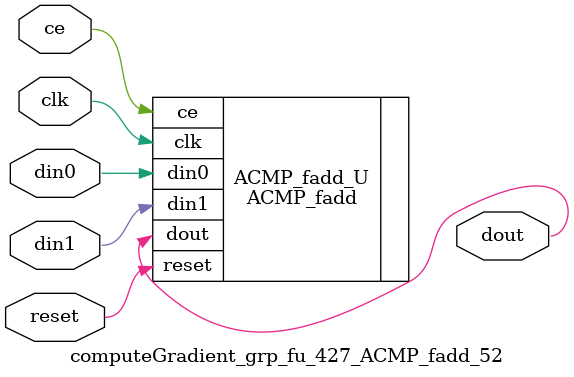
<source format=v>

`timescale 1 ns / 1 ps
module computeGradient_grp_fu_427_ACMP_fadd_52(
    clk,
    reset,
    ce,
    din0,
    din1,
    dout);

parameter ID = 32'd1;
parameter NUM_STAGE = 32'd1;
parameter din0_WIDTH = 32'd1;
parameter din1_WIDTH = 32'd1;
parameter dout_WIDTH = 32'd1;
input clk;
input reset;
input ce;
input[din0_WIDTH - 1:0] din0;
input[din1_WIDTH - 1:0] din1;
output[dout_WIDTH - 1:0] dout;



ACMP_fadd #(
.ID( ID ),
.NUM_STAGE( 4 ),
.din0_WIDTH( din0_WIDTH ),
.din1_WIDTH( din1_WIDTH ),
.dout_WIDTH( dout_WIDTH ))
ACMP_fadd_U(
    .clk( clk ),
    .reset( reset ),
    .ce( ce ),
    .din0( din0 ),
    .din1( din1 ),
    .dout( dout ));

endmodule

</source>
